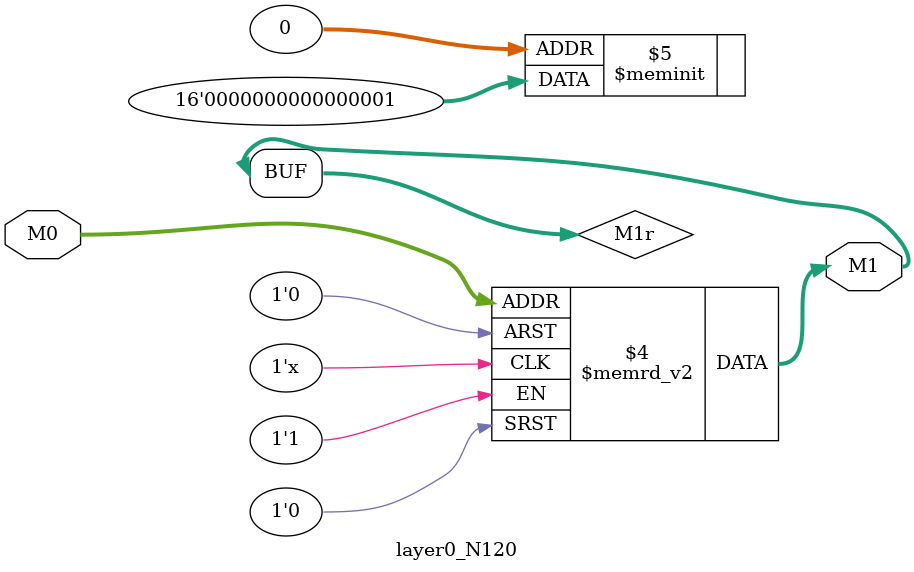
<source format=v>
module layer0_N120 ( input [2:0] M0, output [1:0] M1 );

	(*rom_style = "distributed" *) reg [1:0] M1r;
	assign M1 = M1r;
	always @ (M0) begin
		case (M0)
			3'b000: M1r = 2'b01;
			3'b100: M1r = 2'b00;
			3'b010: M1r = 2'b00;
			3'b110: M1r = 2'b00;
			3'b001: M1r = 2'b00;
			3'b101: M1r = 2'b00;
			3'b011: M1r = 2'b00;
			3'b111: M1r = 2'b00;

		endcase
	end
endmodule

</source>
